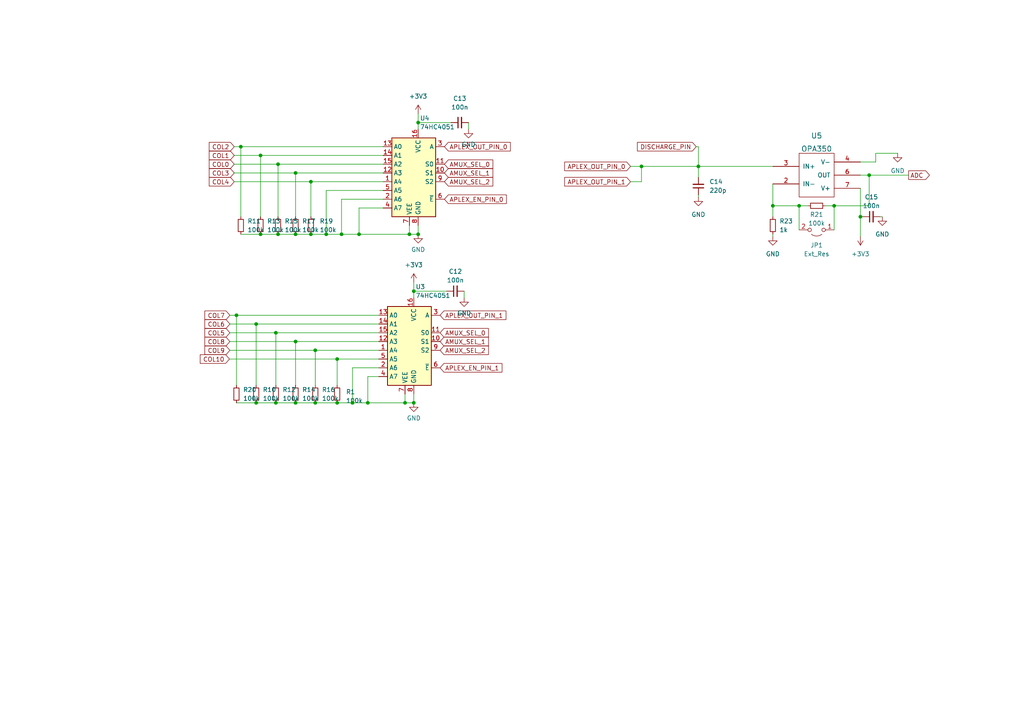
<source format=kicad_sch>
(kicad_sch (version 20230121) (generator eeschema)
  (paper "A4")
  (lib_symbols
    (symbol "74xx:74HC4051"
      (property "Reference" "U" (at -5.08 11.43 0))
      (property "Value" "74HC4051" (at -7.62 -13.97 0))
      (symbol "74HC4051_0_1"
        (rectangle (start -5.08 10.16) (end 7.62 -12.7) (stroke (width 0.254)) (fill (type background)))
      )
      (symbol "74HC4051_1_1"
        (pin passive line (at 10.16 -2.54 180) (length 2.54) (name "A4") (number "1"))
        (pin input line (at -7.62 0 0) (length 2.54) (name "S1") (number "10"))
        (pin input line (at -7.62 2.54 0) (length 2.54) (name "S0") (number "11"))
        (pin passive line (at 10.16 0 180) (length 2.54) (name "A3") (number "12"))
        (pin passive line (at 10.16 7.62 180) (length 2.54) (name "A0") (number "13"))
        (pin passive line (at 10.16 5.08 180) (length 2.54) (name "A1") (number "14"))
        (pin passive line (at 10.16 2.54 180) (length 2.54) (name "A2") (number "15"))
        (pin power_in line (at 0 12.7 270) (length 2.54) (name "VCC") (number "16"))
        (pin passive line (at 10.16 -7.62 180) (length 2.54) (name "A6") (number "2"))
        (pin passive line (at -7.62 7.62 0) (length 2.54) (name "A") (number "3"))
        (pin passive line (at 10.16 -10.16 180) (length 2.54) (name "A7") (number "4"))
        (pin passive line (at 10.16 -5.08 180) (length 2.54) (name "A5") (number "5"))
        (pin input line (at -7.62 -7.62 0) (length 2.54) (name "~{E}") (number "6"))
        (pin power_in line (at 2.54 -15.24 90) (length 2.54) (name "VEE") (number "7"))
        (pin power_in line (at 0 -15.24 90) (length 2.54) (name "GND") (number "8"))
        (pin input line (at -7.62 -2.54 0) (length 2.54) (name "S2") (number "9"))
      )
    )
    (symbol "Device:C_Small" (pin_numbers hide) (pin_names (offset 0.254) hide)
      (property "Reference" "C" (at 0.254 1.778 0))
      (property "Value" "C_Small" (at 0.254 -2.032 0))
      (symbol "C_Small_0_1"
        (polyline (pts (xy -1.524 -0.508) (xy 1.524 -0.508)) (stroke (width 0.3302)))
        (polyline (pts (xy -1.524 0.508) (xy 1.524 0.508)) (stroke (width 0.3048)))
      )
      (symbol "C_Small_1_1"
        (pin passive line (at 0 2.54 270) (length 2.032) (name "~") (number "1"))
        (pin passive line (at 0 -2.54 90) (length 2.032) (name "~") (number "2"))
      )
    )
    (symbol "Device:R_Small" (pin_numbers hide) (pin_names (offset 0.254) hide)
      (property "Reference" "R" (at 0.762 0.508 0))
      (property "Value" "R_Small" (at 0.762 -1.016 0))
      (symbol "R_Small_0_1"
        (rectangle (start -0.762 1.778) (end 0.762 -1.778) (stroke (width 0.2032)))
      )
      (symbol "R_Small_1_1"
        (pin passive line (at 0 2.54 270) (length 0.762) (name "~") (number "1"))
        (pin passive line (at 0 -2.54 90) (length 0.762) (name "~") (number "2"))
      )
    )
    (symbol "Jumper:Jumper_2_Open" (pin_names (offset 0) hide)
      (property "Reference" "JP" (at 0 2.794 0))
      (property "Value" "Jumper_2_Open" (at 0 -2.286 0))
      (symbol "Jumper_2_Open_0_0"
        (circle (center -2.032 0) (radius 0.508))
        (circle (center 2.032 0) (radius 0.508))
      )
      (symbol "Jumper_2_Open_0_1"
        (arc (start 1.524 1.27) (mid 0 1.778) (end -1.524 1.27))
      )
      (symbol "Jumper_2_Open_1_1"
        (pin passive line (at -5.08 0 0) (length 2.54) (name "A") (number "1"))
        (pin passive line (at 5.08 0 180) (length 2.54) (name "B") (number "2"))
      )
    )
    (symbol "cipulot_parts:OPA350" (pin_names (offset 1.016))
      (property "Reference" "U" (at 8.89 -7.62 0))
      (property "Value" "OPA350" (at 5.08 7.62 0))
      (symbol "OPA350_0_1"
        (rectangle (start 0 -6.35) (end 10.16 6.35))
        (pin input line (at -7.62 2.54 0) (length 7.62) (name "IN-") (number "2"))
        (pin input line (at -7.62 -2.54 0) (length 7.62) (name "IN+") (number "3"))
        (pin input line (at 17.78 -3.81 180) (length 7.62) (name "V-") (number "4"))
        (pin input line (at 17.78 0 180) (length 7.62) (name "OUT") (number "6"))
        (pin input line (at 17.78 3.81 180) (length 7.62) (name "V+") (number "7"))
      )
    )
    (symbol "power:+3V3" (power) (pin_names (offset 0))
      (property "Value" "+3V3" (at 0 3.556 0))
      (symbol "+3V3_0_1"
        (polyline (pts (xy -0.762 1.27) (xy 0 2.54)))
        (polyline (pts (xy 0 0) (xy 0 2.54)))
        (polyline (pts (xy 0 2.54) (xy 0.762 1.27)))
      )
      (symbol "+3V3_1_1"
        (pin power_in line (at 0 0 90) (length 0) hide (name "+3V3") (number "1"))
      )
    )
    (symbol "power:GND" (power) (pin_names (offset 0))
      (property "Value" "GND" (at 0 -3.81 0))
      (symbol "GND_0_1"
        (polyline (pts (xy 0 0) (xy 0 -1.27) (xy 1.27 -1.27) (xy 0 -2.54) (xy -1.27 -1.27) (xy 0 -1.27)))
      )
      (symbol "GND_1_1"
        (pin power_in line (at 0 0 270) (length 0) hide (name "GND") (number "1"))
      )
    )
  )
  (junction (at 120.015 84.455))
  (junction (at 106.68 116.84))
  (junction (at 224.155 59.69))
  (junction (at 74.295 93.98))
  (junction (at 80.645 47.625))
  (junction (at 80.645 67.945))
  (junction (at 91.44 101.6))
  (junction (at 186.055 48.26))
  (junction (at 252.095 50.8))
  (junction (at 249.555 62.865))
  (junction (at 85.725 50.165))
  (junction (at 69.85 42.545))
  (junction (at 94.615 67.945))
  (junction (at 80.01 96.52))
  (junction (at 68.58 91.44))
  (junction (at 121.285 67.945))
  (junction (at 102.235 116.84))
  (junction (at 99.06 67.945))
  (junction (at 85.725 67.945))
  (junction (at 104.14 67.945))
  (junction (at 90.17 52.705))
  (junction (at 75.565 45.085))
  (junction (at 117.475 116.84))
  (junction (at 231.775 59.69))
  (junction (at 80.01 116.84))
  (junction (at 85.725 116.84))
  (junction (at 85.725 99.06))
  (junction (at 121.285 35.56))
  (junction (at 97.79 116.84))
  (junction (at 74.295 116.84))
  (junction (at 97.79 104.14))
  (junction (at 75.565 67.945))
  (junction (at 202.565 48.26))
  (junction (at 118.745 67.945))
  (junction (at 90.17 67.945))
  (junction (at 91.44 116.84))
  (junction (at 120.015 116.84))
  (junction (at 241.935 59.69))
  (wire (pts (xy 249.555 54.61) (xy 249.555 62.865)))
  (wire (pts (xy 80.01 116.84) (xy 85.725 116.84)))
  (wire (pts (xy 91.44 101.6) (xy 109.855 101.6)))
  (wire (pts (xy 68.58 116.84) (xy 74.295 116.84)))
  (wire (pts (xy 120.015 84.455) (xy 129.54 84.455)))
  (wire (pts (xy 99.06 57.785) (xy 99.06 67.945)))
  (wire (pts (xy 74.295 111.76) (xy 74.295 93.98)))
  (wire (pts (xy 67.945 42.545) (xy 69.85 42.545)))
  (wire (pts (xy 118.745 67.945) (xy 121.285 67.945)))
  (wire (pts (xy 91.44 101.6) (xy 91.44 111.76)))
  (wire (pts (xy 85.725 50.165) (xy 85.725 62.865)))
  (wire (pts (xy 80.645 67.945) (xy 85.725 67.945)))
  (wire (pts (xy 260.35 44.45) (xy 254 44.45)))
  (wire (pts (xy 67.945 47.625) (xy 80.645 47.625)))
  (wire (pts (xy 118.745 65.405) (xy 118.745 67.945)))
  (wire (pts (xy 94.615 55.245) (xy 94.615 67.945)))
  (wire (pts (xy 90.17 67.945) (xy 94.615 67.945)))
  (wire (pts (xy 69.85 67.945) (xy 75.565 67.945)))
  (wire (pts (xy 252.095 50.8) (xy 252.095 59.69)))
  (wire (pts (xy 202.565 48.26) (xy 224.155 48.26)))
  (wire (pts (xy 252.095 50.8) (xy 263.525 50.8)))
  (wire (pts (xy 90.17 52.705) (xy 90.17 62.865)))
  (wire (pts (xy 80.01 96.52) (xy 80.01 111.76)))
  (wire (pts (xy 97.79 116.84) (xy 102.235 116.84)))
  (wire (pts (xy 67.945 45.085) (xy 75.565 45.085)))
  (wire (pts (xy 117.475 116.84) (xy 120.015 116.84)))
  (wire (pts (xy 80.645 47.625) (xy 80.645 62.865)))
  (wire (pts (xy 121.285 35.56) (xy 121.285 37.465)))
  (wire (pts (xy 231.775 59.69) (xy 231.775 66.675)))
  (wire (pts (xy 90.17 52.705) (xy 111.125 52.705)))
  (wire (pts (xy 75.565 45.085) (xy 75.565 62.865)))
  (wire (pts (xy 66.675 99.06) (xy 85.725 99.06)))
  (wire (pts (xy 85.725 99.06) (xy 85.725 111.76)))
  (wire (pts (xy 239.395 59.69) (xy 241.935 59.69)))
  (wire (pts (xy 68.58 111.76) (xy 68.58 91.44)))
  (wire (pts (xy 66.675 96.52) (xy 80.01 96.52)))
  (wire (pts (xy 109.855 106.68) (xy 102.235 106.68)))
  (wire (pts (xy 250.19 62.865) (xy 249.555 62.865)))
  (wire (pts (xy 67.945 50.165) (xy 85.725 50.165)))
  (wire (pts (xy 74.295 116.84) (xy 80.01 116.84)))
  (wire (pts (xy 224.155 59.69) (xy 224.155 62.865)))
  (wire (pts (xy 85.725 67.945) (xy 90.17 67.945)))
  (wire (pts (xy 182.88 48.26) (xy 186.055 48.26)))
  (wire (pts (xy 66.675 91.44) (xy 68.58 91.44)))
  (wire (pts (xy 135.89 37.465) (xy 135.89 35.56)))
  (wire (pts (xy 66.675 101.6) (xy 91.44 101.6)))
  (wire (pts (xy 224.155 67.945) (xy 224.155 68.58)))
  (wire (pts (xy 104.14 67.945) (xy 118.745 67.945)))
  (wire (pts (xy 249.555 62.865) (xy 249.555 68.58)))
  (wire (pts (xy 224.155 53.34) (xy 224.155 59.69)))
  (wire (pts (xy 94.615 67.945) (xy 99.06 67.945)))
  (wire (pts (xy 249.555 46.99) (xy 254 46.99)))
  (wire (pts (xy 85.725 50.165) (xy 111.125 50.165)))
  (wire (pts (xy 186.055 52.705) (xy 186.055 48.26)))
  (wire (pts (xy 74.295 93.98) (xy 109.855 93.98)))
  (wire (pts (xy 97.79 104.14) (xy 97.79 111.76)))
  (wire (pts (xy 85.725 99.06) (xy 109.855 99.06)))
  (wire (pts (xy 241.935 59.69) (xy 241.935 66.675)))
  (wire (pts (xy 111.125 57.785) (xy 99.06 57.785)))
  (wire (pts (xy 69.85 42.545) (xy 69.85 62.865)))
  (wire (pts (xy 117.475 114.3) (xy 117.475 116.84)))
  (wire (pts (xy 80.645 47.625) (xy 111.125 47.625)))
  (wire (pts (xy 102.235 106.68) (xy 102.235 116.84)))
  (wire (pts (xy 254 46.99) (xy 254 44.45)))
  (wire (pts (xy 255.27 62.865) (xy 255.905 62.865)))
  (wire (pts (xy 91.44 116.84) (xy 97.79 116.84)))
  (wire (pts (xy 202.565 42.545) (xy 202.565 48.26)))
  (wire (pts (xy 111.125 60.325) (xy 104.14 60.325)))
  (wire (pts (xy 67.945 52.705) (xy 90.17 52.705)))
  (wire (pts (xy 120.015 81.915) (xy 120.015 84.455)))
  (wire (pts (xy 106.68 109.22) (xy 106.68 116.84)))
  (wire (pts (xy 121.285 65.405) (xy 121.285 67.945)))
  (wire (pts (xy 186.055 48.26) (xy 202.565 48.26)))
  (wire (pts (xy 68.58 91.44) (xy 109.855 91.44)))
  (wire (pts (xy 201.93 42.545) (xy 202.565 42.545)))
  (wire (pts (xy 69.85 42.545) (xy 111.125 42.545)))
  (wire (pts (xy 75.565 67.945) (xy 80.645 67.945)))
  (wire (pts (xy 249.555 50.8) (xy 252.095 50.8)))
  (wire (pts (xy 109.855 109.22) (xy 106.68 109.22)))
  (wire (pts (xy 85.725 116.84) (xy 91.44 116.84)))
  (wire (pts (xy 231.775 59.69) (xy 224.155 59.69)))
  (wire (pts (xy 102.235 116.84) (xy 106.68 116.84)))
  (wire (pts (xy 99.06 67.945) (xy 104.14 67.945)))
  (wire (pts (xy 121.285 33.02) (xy 121.285 35.56)))
  (wire (pts (xy 182.88 52.705) (xy 186.055 52.705)))
  (wire (pts (xy 104.14 60.325) (xy 104.14 67.945)))
  (wire (pts (xy 109.855 104.14) (xy 97.79 104.14)))
  (wire (pts (xy 231.775 59.69) (xy 234.315 59.69)))
  (wire (pts (xy 80.01 96.52) (xy 109.855 96.52)))
  (wire (pts (xy 120.015 114.3) (xy 120.015 116.84)))
  (wire (pts (xy 66.675 93.98) (xy 74.295 93.98)))
  (wire (pts (xy 252.095 59.69) (xy 241.935 59.69)))
  (wire (pts (xy 106.68 116.84) (xy 117.475 116.84)))
  (wire (pts (xy 120.015 84.455) (xy 120.015 86.36)))
  (wire (pts (xy 66.548 104.14) (xy 97.79 104.14)))
  (wire (pts (xy 121.285 35.56) (xy 130.81 35.56)))
  (wire (pts (xy 111.125 55.245) (xy 94.615 55.245)))
  (wire (pts (xy 134.62 86.36) (xy 134.62 84.455)))
  (wire (pts (xy 202.565 51.435) (xy 202.565 48.26)))
  (wire (pts (xy 75.565 45.085) (xy 111.125 45.085)))
  (wire (pts (xy 202.565 56.515) (xy 202.565 57.15)))
  (global_label "APLEX_EN_PIN_1" (shape input) (at 127.635 106.68 0) (property "Intersheetrefs" "${INTERSHEET_REFS}" (effects hide)))
  (global_label "COL9" (shape input) (at 66.675 101.6 180) (property "Intersheetrefs" "${INTERSHEET_REFS}" (effects hide)))
  (global_label "AMUX_SEL_1" (shape input) (at 127.635 99.06 0) (property "Intersheetrefs" "${INTERSHEET_REFS}" (effects hide)))
  (global_label "COL4" (shape input) (at 67.945 52.705 180) (property "Intersheetrefs" "${INTERSHEET_REFS}" (effects hide)))
  (global_label "APLEX_OUT_PIN_1" (shape input) (at 127.635 91.44 0) (property "Intersheetrefs" "${INTERSHEET_REFS}" (effects hide)))
  (global_label "COL2" (shape input) (at 67.945 42.545 180) (property "Intersheetrefs" "${INTERSHEET_REFS}" (effects hide)))
  (global_label "APLEX_OUT_PIN_0" (shape input) (at 182.88 48.26 180) (property "Intersheetrefs" "${INTERSHEET_REFS}" (effects hide)))
  (global_label "COL7" (shape input) (at 66.675 91.44 180) (property "Intersheetrefs" "${INTERSHEET_REFS}" (effects hide)))
  (global_label "COL8" (shape input) (at 66.675 99.06 180) (property "Intersheetrefs" "${INTERSHEET_REFS}" (effects hide)))
  (global_label "AMUX_SEL_0" (shape input) (at 127.635 96.52 0) (property "Intersheetrefs" "${INTERSHEET_REFS}" (effects hide)))
  (global_label "DISCHARGE_PIN" (shape input) (at 201.93 42.545 180) (property "Intersheetrefs" "${INTERSHEET_REFS}" (effects hide)))
  (global_label "COL3" (shape input) (at 67.945 50.165 180) (property "Intersheetrefs" "${INTERSHEET_REFS}" (effects hide)))
  (global_label "AMUX_SEL_1" (shape input) (at 128.905 50.165 0) (property "Intersheetrefs" "${INTERSHEET_REFS}" (effects hide)))
  (global_label "ADC" (shape output) (at 263.525 50.8 0) (property "Intersheetrefs" "${INTERSHEET_REFS}" (effects hide)))
  (global_label "COL0" (shape input) (at 67.945 47.625 180) (property "Intersheetrefs" "${INTERSHEET_REFS}" (effects hide)))
  (global_label "COL6" (shape input) (at 66.675 93.98 180) (property "Intersheetrefs" "${INTERSHEET_REFS}" (effects hide)))
  (global_label "COL10" (shape input) (at 66.548 104.14 180) (property "Intersheetrefs" "${INTERSHEET_REFS}" (effects hide)))
  (global_label "COL1" (shape input) (at 67.945 45.085 180) (property "Intersheetrefs" "${INTERSHEET_REFS}" (effects hide)))
  (global_label "APLEX_OUT_PIN_0" (shape input) (at 128.905 42.545 0) (property "Intersheetrefs" "${INTERSHEET_REFS}" (effects hide)))
  (global_label "COL5" (shape input) (at 66.675 96.52 180) (property "Intersheetrefs" "${INTERSHEET_REFS}" (effects hide)))
  (global_label "AMUX_SEL_2" (shape input) (at 128.905 52.705 0) (property "Intersheetrefs" "${INTERSHEET_REFS}" (effects hide)))
  (global_label "AMUX_SEL_0" (shape input) (at 128.905 47.625 0) (property "Intersheetrefs" "${INTERSHEET_REFS}" (effects hide)))
  (global_label "APLEX_OUT_PIN_1" (shape input) (at 182.88 52.705 180) (property "Intersheetrefs" "${INTERSHEET_REFS}" (effects hide)))
  (global_label "AMUX_SEL_2" (shape input) (at 127.635 101.6 0) (property "Intersheetrefs" "${INTERSHEET_REFS}" (effects hide)))
  (global_label "APLEX_EN_PIN_0" (shape input) (at 128.905 57.785 0) (property "Intersheetrefs" "${INTERSHEET_REFS}" (effects hide)))
  (symbol (lib_id "Device:C_Small") (at 202.565 53.975 180) (unit 1)
    (property "Reference" "C14" (at 205.74 52.6985 0) (effects (justify right)))
    (property "Value" "220p" (at 205.74 55.2385 0) (effects (justify right)))
    (property "Footprint" "Capacitor_SMD:C_0402_1005Metric" (effects hide))
  )
  (symbol (lib_id "Device:R_Small") (at 68.58 114.3 0) (unit 1)
    (property "Reference" "R20" (at 70.485 113.03 0) (effects (justify left)))
    (property "Value" "100k" (at 70.485 115.5699 0) (effects (justify left)))
    (property "Footprint" "Resistor_SMD:R_0402_1005Metric" (effects hide))
  )
  (symbol (lib_id "power:+3V3") (at 121.285 33.02 0) (unit 1)
    (property "Reference" "#PWR0138" (effects hide))
    (property "Value" "+3V3" (at 121.285 27.94 0))
  )
  (symbol (lib_id "Device:C_Small") (at 252.73 62.865 90) (unit 1)
    (property "Reference" "C15" (at 252.7363 57.15 90))
    (property "Value" "100n" (at 252.7363 59.69 90))
    (property "Footprint" "Capacitor_SMD:C_0402_1005Metric" (effects hide))
  )
  (symbol (lib_id "cipulot_parts:OPA350") (at 231.775 50.8 0) (mirror x) (unit 1)
    (property "Reference" "U5" (at 236.855 39.37 0) (effects (font (size 1.524 1.524))))
    (property "Value" "OPA350" (at 236.855 43.18 0) (effects (font (size 1.524 1.524))))
    (property "Footprint" "Package_SO:SOIC-8_3.9x4.9mm_P1.27mm" (effects hide))
  )
  (symbol (lib_id "power:GND") (at 260.35 44.45 0) (unit 1)
    (property "Reference" "#PWR0140" (effects hide))
    (property "Value" "GND" (at 260.35 49.53 0))
  )
  (symbol (lib_id "74xx:74HC4051") (at 120.015 99.06 0) (mirror y) (unit 1)
    (property "Reference" "U3" (at 120.5356 83.185 0) (effects (justify right)))
    (property "Value" "74HC4051" (at 120.5356 85.725 0) (effects (justify right)))
    (property "Footprint" "cipulot_parts:TSSOP16" (effects hide))
    (property "Datasheet" "http://www.ti.com/lit/ds/symlink/cd74hc4051.pdf" (effects hide))
  )
  (symbol (lib_id "power:GND") (at 224.155 68.58 0) (unit 1)
    (property "Reference" "#PWR0141" (effects hide))
    (property "Value" "GND" (at 224.155 73.66 0))
  )
  (symbol (lib_id "Device:C_Small") (at 132.08 84.455 90) (unit 1)
    (property "Reference" "C12" (at 132.0863 78.74 90))
    (property "Value" "100n" (at 132.0863 81.28 90))
    (property "Footprint" "Capacitor_SMD:C_0402_1005Metric" (effects hide))
  )
  (symbol (lib_id "Device:R_Small") (at 74.295 114.3 0) (unit 1)
    (property "Reference" "R10" (at 76.2 113.0299 0) (effects (justify left)))
    (property "Value" "100k" (at 76.2 115.5699 0) (effects (justify left)))
    (property "Footprint" "Resistor_SMD:R_0402_1005Metric" (effects hide))
  )
  (symbol (lib_id "Device:R_Small") (at 80.645 65.405 0) (unit 1)
    (property "Reference" "R15" (at 82.55 64.1349 0) (effects (justify left)))
    (property "Value" "100k" (at 82.55 66.6749 0) (effects (justify left)))
    (property "Footprint" "Resistor_SMD:R_0402_1005Metric" (effects hide))
  )
  (symbol (lib_id "Device:R_Small") (at 69.85 65.405 0) (unit 1)
    (property "Reference" "R11" (at 71.755 64.1349 0) (effects (justify left)))
    (property "Value" "100k" (at 71.755 66.6749 0) (effects (justify left)))
    (property "Footprint" "Resistor_SMD:R_0402_1005Metric" (effects hide))
  )
  (symbol (lib_id "Device:R_Small") (at 85.725 114.3 0) (unit 1)
    (property "Reference" "R14" (at 87.63 113.0299 0) (effects (justify left)))
    (property "Value" "100k" (at 87.63 115.5699 0) (effects (justify left)))
    (property "Footprint" "Resistor_SMD:R_0402_1005Metric" (effects hide))
  )
  (symbol (lib_id "power:GND") (at 121.285 67.945 0) (unit 1)
    (property "Reference" "#PWR0136" (effects hide))
    (property "Value" "GND" (at 121.285 72.39 0))
  )
  (symbol (lib_id "power:+3V3") (at 249.555 68.58 180) (unit 1)
    (property "Reference" "#PWR0143" (effects hide))
    (property "Value" "+3V3" (at 249.555 73.66 0))
  )
  (symbol (lib_id "74xx:74HC4051") (at 121.285 50.165 0) (mirror y) (unit 1)
    (property "Reference" "U4" (at 121.8056 34.29 0) (effects (justify right)))
    (property "Value" "74HC4051" (at 121.8056 36.83 0) (effects (justify right)))
    (property "Footprint" "cipulot_parts:TSSOP16" (effects hide))
    (property "Datasheet" "http://www.ti.com/lit/ds/symlink/cd74hc4051.pdf" (effects hide))
  )
  (symbol (lib_id "Device:R_Small") (at 224.155 65.405 0) (unit 1)
    (property "Reference" "R23" (at 226.06 64.1349 0) (effects (justify left)))
    (property "Value" "1k" (at 226.06 66.6749 0) (effects (justify left)))
    (property "Footprint" "Resistor_SMD:R_0402_1005Metric" (effects hide))
  )
  (symbol (lib_id "power:GND") (at 202.565 57.15 0) (unit 1)
    (property "Reference" "#PWR0148" (effects hide))
    (property "Value" "GND" (at 202.565 62.23 0))
  )
  (symbol (lib_id "Device:R_Small") (at 97.79 114.3 0) (unit 1)
    (property "Reference" "R1" (at 100.33 113.665 0) (effects (justify left)))
    (property "Value" "100k" (at 100.33 116.205 0) (effects (justify left)))
    (property "Footprint" "Resistor_SMD:R_0402_1005Metric" (effects hide))
  )
  (symbol (lib_id "power:GND") (at 135.89 37.465 0) (unit 1)
    (property "Reference" "#PWR0139" (effects hide))
    (property "Value" "GND" (at 135.89 41.91 0))
  )
  (symbol (lib_id "Device:C_Small") (at 133.35 35.56 90) (unit 1)
    (property "Reference" "C13" (at 133.3563 28.575 90))
    (property "Value" "100n" (at 133.3563 31.115 90))
    (property "Footprint" "Capacitor_SMD:C_0402_1005Metric" (effects hide))
  )
  (symbol (lib_id "Device:R_Small") (at 236.855 59.69 90) (unit 1)
    (property "Reference" "R21" (at 236.855 62.23 90))
    (property "Value" "100k" (at 236.855 64.77 90))
    (property "Footprint" "Resistor_SMD:R_0402_1005Metric" (effects hide))
  )
  (symbol (lib_id "Device:R_Small") (at 91.44 114.3 0) (unit 1)
    (property "Reference" "R16" (at 93.345 113.0299 0) (effects (justify left)))
    (property "Value" "100k" (at 93.345 115.5699 0) (effects (justify left)))
    (property "Footprint" "Resistor_SMD:R_0402_1005Metric" (effects hide))
  )
  (symbol (lib_id "Device:R_Small") (at 85.725 65.405 0) (unit 1)
    (property "Reference" "R17" (at 87.63 64.135 0) (effects (justify left)))
    (property "Value" "100k" (at 87.63 66.6749 0) (effects (justify left)))
    (property "Footprint" "Resistor_SMD:R_0402_1005Metric" (effects hide))
  )
  (symbol (lib_id "Device:R_Small") (at 80.01 114.3 0) (unit 1)
    (property "Reference" "R12" (at 81.915 113.0299 0) (effects (justify left)))
    (property "Value" "100k" (at 81.915 115.5699 0) (effects (justify left)))
    (property "Footprint" "Resistor_SMD:R_0402_1005Metric" (effects hide))
  )
  (symbol (lib_id "Jumper:Jumper_2_Open") (at 236.855 66.675 180) (unit 1)
    (property "Reference" "JP1" (at 236.855 71.1231 0))
    (property "Value" "Ext_Res" (at 236.855 73.66 0))
    (property "Footprint" "Resistor_SMD:R_0603_1608Metric_Pad0.98x0.95mm_HandSolder" (effects hide))
  )
  (symbol (lib_id "power:GND") (at 134.62 86.36 0) (unit 1)
    (property "Reference" "#PWR0135" (effects hide))
    (property "Value" "GND" (at 134.62 90.805 0))
  )
  (symbol (lib_id "power:GND") (at 120.015 116.84 0) (unit 1)
    (property "Reference" "#PWR0134" (effects hide))
    (property "Value" "GND" (at 120.015 121.285 0))
  )
  (symbol (lib_id "power:GND") (at 255.905 62.865 0) (unit 1)
    (property "Reference" "#PWR0142" (effects hide))
    (property "Value" "GND" (at 255.905 67.945 0))
  )
  (symbol (lib_id "Device:R_Small") (at 90.17 65.405 0) (unit 1)
    (property "Reference" "R19" (at 92.71 64.135 0) (effects (justify left)))
    (property "Value" "100k" (at 92.71 66.675 0) (effects (justify left)))
    (property "Footprint" "Resistor_SMD:R_0402_1005Metric" (effects hide))
  )
  (symbol (lib_id "power:+3V3") (at 120.015 81.915 0) (unit 1)
    (property "Reference" "#PWR0137" (effects hide))
    (property "Value" "+3V3" (at 120.015 76.835 0))
  )
  (symbol (lib_id "Device:R_Small") (at 75.565 65.405 0) (unit 1)
    (property "Reference" "R13" (at 77.47 64.1349 0) (effects (justify left)))
    (property "Value" "100k" (at 77.47 66.6749 0) (effects (justify left)))
    (property "Footprint" "Resistor_SMD:R_0402_1005Metric" (effects hide))
  )
)
</source>
